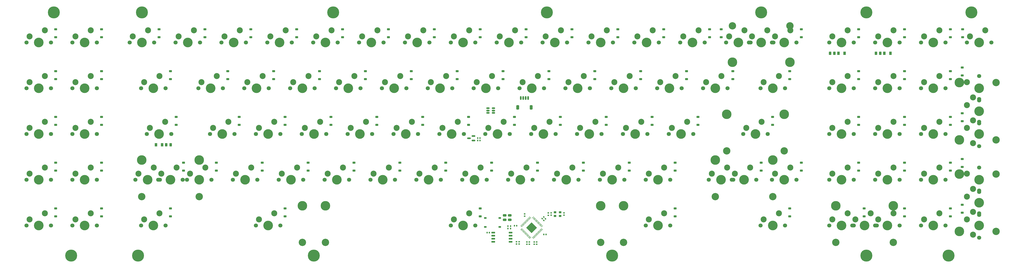
<source format=gbr>
%TF.GenerationSoftware,KiCad,Pcbnew,8.0.1*%
%TF.CreationDate,2026-01-01T00:47:39+09:00*%
%TF.ProjectId,W1-AT_RP2040_Notooth,57312d41-545f-4525-9032-3034305f4e6f,rev?*%
%TF.SameCoordinates,Original*%
%TF.FileFunction,Soldermask,Bot*%
%TF.FilePolarity,Negative*%
%FSLAX46Y46*%
G04 Gerber Fmt 4.6, Leading zero omitted, Abs format (unit mm)*
G04 Created by KiCad (PCBNEW 8.0.1) date 2026-01-01 00:47:39*
%MOMM*%
%LPD*%
G01*
G04 APERTURE LIST*
G04 Aperture macros list*
%AMRoundRect*
0 Rectangle with rounded corners*
0 $1 Rounding radius*
0 $2 $3 $4 $5 $6 $7 $8 $9 X,Y pos of 4 corners*
0 Add a 4 corners polygon primitive as box body*
4,1,4,$2,$3,$4,$5,$6,$7,$8,$9,$2,$3,0*
0 Add four circle primitives for the rounded corners*
1,1,$1+$1,$2,$3*
1,1,$1+$1,$4,$5*
1,1,$1+$1,$6,$7*
1,1,$1+$1,$8,$9*
0 Add four rect primitives between the rounded corners*
20,1,$1+$1,$2,$3,$4,$5,0*
20,1,$1+$1,$4,$5,$6,$7,0*
20,1,$1+$1,$6,$7,$8,$9,0*
20,1,$1+$1,$8,$9,$2,$3,0*%
G04 Aperture macros list end*
%ADD10C,1.700000*%
%ADD11C,4.000000*%
%ADD12C,2.500000*%
%ADD13C,3.048000*%
%ADD14C,3.987800*%
%ADD15C,5.000000*%
%ADD16RoundRect,0.225000X-0.375000X0.225000X-0.375000X-0.225000X0.375000X-0.225000X0.375000X0.225000X0*%
%ADD17RoundRect,0.225000X0.375000X-0.225000X0.375000X0.225000X-0.375000X0.225000X-0.375000X-0.225000X0*%
%ADD18RoundRect,0.050000X-0.309359X0.238649X0.238649X-0.309359X0.309359X-0.238649X-0.238649X0.309359X0*%
%ADD19RoundRect,0.050000X-0.309359X-0.238649X-0.238649X-0.309359X0.309359X0.238649X0.238649X0.309359X0*%
%ADD20RoundRect,0.144000X-2.059095X0.000000X0.000000X-2.059095X2.059095X0.000000X0.000000X2.059095X0*%
%ADD21RoundRect,0.140000X-0.170000X0.140000X-0.170000X-0.140000X0.170000X-0.140000X0.170000X0.140000X0*%
%ADD22RoundRect,0.135000X-0.185000X0.135000X-0.185000X-0.135000X0.185000X-0.135000X0.185000X0.135000X0*%
%ADD23RoundRect,0.140000X0.170000X-0.140000X0.170000X0.140000X-0.170000X0.140000X-0.170000X-0.140000X0*%
%ADD24RoundRect,0.250000X-0.475000X0.250000X-0.475000X-0.250000X0.475000X-0.250000X0.475000X0.250000X0*%
%ADD25R,1.000000X1.400000*%
%ADD26RoundRect,0.150000X0.650000X0.150000X-0.650000X0.150000X-0.650000X-0.150000X0.650000X-0.150000X0*%
%ADD27RoundRect,0.135000X-0.135000X-0.185000X0.135000X-0.185000X0.135000X0.185000X-0.135000X0.185000X0*%
%ADD28R,1.000000X0.900000*%
%ADD29RoundRect,0.140000X-0.140000X-0.170000X0.140000X-0.170000X0.140000X0.170000X-0.140000X0.170000X0*%
%ADD30RoundRect,0.140000X-0.021213X0.219203X-0.219203X0.021213X0.021213X-0.219203X0.219203X-0.021213X0*%
%ADD31RoundRect,0.250000X0.262500X0.450000X-0.262500X0.450000X-0.262500X-0.450000X0.262500X-0.450000X0*%
%ADD32RoundRect,0.150000X0.587500X0.150000X-0.587500X0.150000X-0.587500X-0.150000X0.587500X-0.150000X0*%
%ADD33RoundRect,0.150000X-0.512500X-0.150000X0.512500X-0.150000X0.512500X0.150000X-0.512500X0.150000X0*%
%ADD34RoundRect,0.140000X0.140000X0.170000X-0.140000X0.170000X-0.140000X-0.170000X0.140000X-0.170000X0*%
%ADD35RoundRect,0.250000X-0.262500X-0.450000X0.262500X-0.450000X0.262500X0.450000X-0.262500X0.450000X0*%
%ADD36R,1.000000X0.750000*%
%ADD37RoundRect,0.140000X0.021213X-0.219203X0.219203X-0.021213X-0.021213X0.219203X-0.219203X0.021213X0*%
%ADD38RoundRect,0.150000X0.150000X0.625000X-0.150000X0.625000X-0.150000X-0.625000X0.150000X-0.625000X0*%
%ADD39RoundRect,0.250000X0.350000X0.650000X-0.350000X0.650000X-0.350000X-0.650000X0.350000X-0.650000X0*%
G04 APERTURE END LIST*
D10*
%TO.C,MX77*%
X357945000Y-95150000D03*
D11*
X363025000Y-95150000D03*
D10*
X368105000Y-95150000D03*
D12*
X359215000Y-92610000D03*
X365565000Y-90070000D03*
%TD*%
D13*
%TO.C,S7*%
X263012500Y-121184999D03*
D14*
X263012500Y-105975000D03*
D13*
X148712500Y-121184999D03*
D14*
X148712500Y-105975000D03*
%TD*%
D15*
%TO.C,H7*%
X373339465Y-25475001D03*
%TD*%
D10*
%TO.C,MX22*%
X334132500Y-38000000D03*
D11*
X339212500Y-38000000D03*
D10*
X344292500Y-38000000D03*
D12*
X335402500Y-35460000D03*
X341752500Y-32920000D03*
%TD*%
D10*
%TO.C,MX35*%
X267457500Y-57050000D03*
D11*
X272537500Y-57050000D03*
D10*
X277617500Y-57050000D03*
D12*
X268727500Y-54510000D03*
X275077500Y-51970000D03*
%TD*%
D10*
%TO.C,MX50*%
X157920000Y-76100000D03*
D11*
X163000000Y-76100000D03*
D10*
X168080000Y-76100000D03*
D12*
X159190000Y-73560000D03*
X165540000Y-71020000D03*
%TD*%
D10*
%TO.C,MX72*%
X224595000Y-95150000D03*
D11*
X229675000Y-95150000D03*
D10*
X234755000Y-95150000D03*
D12*
X225865000Y-92610000D03*
X232215000Y-90070000D03*
%TD*%
D10*
%TO.C,MX85*%
X43620000Y-114200000D03*
D11*
X48700000Y-114200000D03*
D10*
X53780000Y-114200000D03*
D12*
X44890000Y-111660000D03*
X51240000Y-109120000D03*
%TD*%
D10*
%TO.C,MX23*%
X24570000Y-57050000D03*
D11*
X29650000Y-57050000D03*
D10*
X34730000Y-57050000D03*
D12*
X25840000Y-54510000D03*
X32190000Y-51970000D03*
%TD*%
D10*
%TO.C,MX32*%
X210307500Y-57050000D03*
D11*
X215387500Y-57050000D03*
D10*
X220467500Y-57050000D03*
D12*
X211577500Y-54510000D03*
X217927500Y-51970000D03*
%TD*%
D10*
%TO.C,MX94*%
X69813750Y-95150000D03*
D11*
X74893750Y-95150000D03*
D10*
X79973750Y-95150000D03*
D12*
X71083750Y-92610000D03*
X77433750Y-90070000D03*
%TD*%
D10*
%TO.C,MX8*%
X162682500Y-38000000D03*
D11*
X167762500Y-38000000D03*
D10*
X172842500Y-38000000D03*
D12*
X163952500Y-35460000D03*
X170302500Y-32920000D03*
%TD*%
D10*
%TO.C,MX29*%
X153157500Y-57050000D03*
D11*
X158237500Y-57050000D03*
D10*
X163317500Y-57050000D03*
D12*
X154427500Y-54510000D03*
X160777500Y-51970000D03*
%TD*%
D10*
%TO.C,MX3*%
X67432500Y-38000000D03*
D11*
X72512500Y-38000000D03*
D10*
X77592500Y-38000000D03*
D12*
X68702500Y-35460000D03*
X75052500Y-32920000D03*
%TD*%
D10*
%TO.C,MX84*%
X24570000Y-114200000D03*
D11*
X29650000Y-114200000D03*
D10*
X34730000Y-114200000D03*
D12*
X25840000Y-111660000D03*
X32190000Y-109120000D03*
%TD*%
D10*
%TO.C,MX82*%
X307938750Y-95150000D03*
D11*
X313018750Y-95150000D03*
D10*
X318098750Y-95150000D03*
D12*
X309208750Y-92610000D03*
X315558750Y-90070000D03*
%TD*%
D15*
%TO.C,H14*%
X416979465Y-25465001D03*
%TD*%
D10*
%TO.C,MX14*%
X276982500Y-38000000D03*
D11*
X282062500Y-38000000D03*
D10*
X287142500Y-38000000D03*
D12*
X278252500Y-35460000D03*
X284602500Y-32920000D03*
%TD*%
D10*
%TO.C,MX9*%
X181732500Y-38000000D03*
D11*
X186812500Y-38000000D03*
D10*
X191892500Y-38000000D03*
D12*
X183002500Y-35460000D03*
X189352500Y-32920000D03*
%TD*%
D10*
%TO.C,MX66*%
X110295000Y-95150000D03*
D11*
X115375000Y-95150000D03*
D10*
X120455000Y-95150000D03*
D12*
X111565000Y-92610000D03*
X117915000Y-90070000D03*
%TD*%
D10*
%TO.C,MX36*%
X286507500Y-57050000D03*
D11*
X291587500Y-57050000D03*
D10*
X296667500Y-57050000D03*
D12*
X287777500Y-54510000D03*
X294127500Y-51970000D03*
%TD*%
D10*
%TO.C,MX80*%
X420175000Y-109755000D03*
D11*
X420175000Y-104675000D03*
D10*
X420175000Y-99595000D03*
D12*
X417635000Y-108485000D03*
X415095000Y-102135000D03*
%TD*%
D10*
%TO.C,MX12*%
X238882500Y-38000000D03*
D11*
X243962500Y-38000000D03*
D10*
X249042500Y-38000000D03*
D12*
X240152500Y-35460000D03*
X246502500Y-32920000D03*
%TD*%
D10*
%TO.C,MX73*%
X243645000Y-95150000D03*
D11*
X248725000Y-95150000D03*
D10*
X253805000Y-95150000D03*
D12*
X244915000Y-92610000D03*
X251265000Y-90070000D03*
%TD*%
D15*
%TO.C,H12*%
X72499465Y-25460379D03*
%TD*%
D10*
%TO.C,MX92*%
X396045000Y-114200000D03*
D11*
X401125000Y-114200000D03*
D10*
X406205000Y-114200000D03*
D12*
X397315000Y-111660000D03*
X403665000Y-109120000D03*
%TD*%
D10*
%TO.C,MX60*%
X376995000Y-76100000D03*
D11*
X382075000Y-76100000D03*
D10*
X387155000Y-76100000D03*
D12*
X378265000Y-73560000D03*
X384615000Y-71020000D03*
%TD*%
D10*
%TO.C,MX93*%
X420175000Y-119280000D03*
D11*
X420175000Y-114200000D03*
D10*
X420175000Y-109120000D03*
D12*
X417635000Y-118010000D03*
X415095000Y-111660000D03*
%TD*%
D13*
%TO.C,S8*%
X272537501Y-121185000D03*
D14*
X272537500Y-105975000D03*
X139187500Y-105975000D03*
D13*
X139187499Y-121185000D03*
%TD*%
%TO.C,S1*%
X96356750Y-102135000D03*
D14*
X96356750Y-86925000D03*
D13*
X72480750Y-102135000D03*
D14*
X72480750Y-86925000D03*
%TD*%
D13*
%TO.C,S5*%
X427160000Y-54637000D03*
D14*
X411950000Y-54637000D03*
D13*
X427160000Y-78513000D03*
D14*
X411950000Y-78513000D03*
%TD*%
D10*
%TO.C,MX20*%
X415095000Y-38000000D03*
D11*
X420175000Y-38000000D03*
D10*
X425255000Y-38000000D03*
D12*
X416365000Y-35460000D03*
X422715000Y-32920000D03*
%TD*%
D10*
%TO.C,MX63*%
X24570000Y-95150000D03*
D11*
X29650000Y-95150000D03*
D10*
X34730000Y-95150000D03*
D12*
X25840000Y-92610000D03*
X32190000Y-90070000D03*
%TD*%
D10*
%TO.C,MX17*%
X357945000Y-38000000D03*
D11*
X363025000Y-38000000D03*
D10*
X368105000Y-38000000D03*
D12*
X359215000Y-35460000D03*
X365565000Y-32920000D03*
%TD*%
D10*
%TO.C,MX61*%
X396045000Y-76100000D03*
D11*
X401125000Y-76100000D03*
D10*
X406205000Y-76100000D03*
D12*
X397315000Y-73560000D03*
X403665000Y-71020000D03*
%TD*%
D10*
%TO.C,MX67*%
X129345000Y-95150000D03*
D11*
X134425000Y-95150000D03*
D10*
X139505000Y-95150000D03*
D12*
X130615000Y-92610000D03*
X136965000Y-90070000D03*
%TD*%
D10*
%TO.C,MX1*%
X24570000Y-38000000D03*
D11*
X29650000Y-38000000D03*
D10*
X34730000Y-38000000D03*
D12*
X25840000Y-35460000D03*
X32190000Y-32920000D03*
%TD*%
D10*
%TO.C,MX54*%
X234120000Y-76100000D03*
D11*
X239200000Y-76100000D03*
D10*
X244280000Y-76100000D03*
D12*
X235390000Y-73560000D03*
X241740000Y-71020000D03*
%TD*%
D10*
%TO.C,MX40*%
X376995000Y-57050000D03*
D11*
X382075000Y-57050000D03*
D10*
X387155000Y-57050000D03*
D12*
X378265000Y-54510000D03*
X384615000Y-51970000D03*
%TD*%
D15*
%TO.C,H8*%
X407454767Y-126700379D03*
%TD*%
D10*
%TO.C,MX46*%
X74576250Y-76100000D03*
D11*
X79656250Y-76100000D03*
D10*
X84736250Y-76100000D03*
D12*
X75846250Y-73560000D03*
X82196250Y-71020000D03*
%TD*%
D10*
%TO.C,MX37*%
X305557500Y-57050000D03*
D11*
X310637500Y-57050000D03*
D10*
X315717500Y-57050000D03*
D12*
X306827500Y-54510000D03*
X313177500Y-51970000D03*
%TD*%
D10*
%TO.C,MX6*%
X124582500Y-38000000D03*
D11*
X129662500Y-38000000D03*
D10*
X134742500Y-38000000D03*
D12*
X125852500Y-35460000D03*
X132202500Y-32920000D03*
%TD*%
D10*
%TO.C,MX70*%
X186495000Y-95150000D03*
D11*
X191575000Y-95150000D03*
D10*
X196655000Y-95150000D03*
D12*
X187765000Y-92610000D03*
X194115000Y-90070000D03*
%TD*%
D10*
%TO.C,MX41*%
X396045000Y-57050000D03*
D11*
X401125000Y-57050000D03*
D10*
X406205000Y-57050000D03*
D12*
X397315000Y-54510000D03*
X403665000Y-51970000D03*
%TD*%
D10*
%TO.C,MX95*%
X91245000Y-95150000D03*
D11*
X96325000Y-95150000D03*
D10*
X101405000Y-95150000D03*
D12*
X92515000Y-92610000D03*
X98865000Y-90070000D03*
%TD*%
D10*
%TO.C,MX44*%
X24570000Y-76100000D03*
D11*
X29650000Y-76100000D03*
D10*
X34730000Y-76100000D03*
D12*
X25840000Y-73560000D03*
X32190000Y-71020000D03*
%TD*%
D10*
%TO.C,MX74*%
X262695000Y-95150000D03*
D11*
X267775000Y-95150000D03*
D10*
X272855000Y-95150000D03*
D12*
X263965000Y-92610000D03*
X270315000Y-90070000D03*
%TD*%
D10*
%TO.C,MX71*%
X205545000Y-95150000D03*
D11*
X210625000Y-95150000D03*
D10*
X215705000Y-95150000D03*
D12*
X206815000Y-92610000D03*
X213165000Y-90070000D03*
%TD*%
D13*
%TO.C,S4*%
X339244250Y-83085000D03*
D14*
X339244250Y-67875000D03*
D13*
X315368250Y-83085000D03*
D14*
X315368250Y-67875000D03*
%TD*%
D15*
%TO.C,H2*%
X373319465Y-126710379D03*
%TD*%
D10*
%TO.C,MX57*%
X291270000Y-76100000D03*
D11*
X296350000Y-76100000D03*
D10*
X301430000Y-76100000D03*
D12*
X292540000Y-73560000D03*
X298890000Y-71020000D03*
%TD*%
D10*
%TO.C,MX21*%
X315082500Y-38000000D03*
D11*
X320162500Y-38000000D03*
D10*
X325242500Y-38000000D03*
D12*
X316352500Y-35460000D03*
X322702500Y-32920000D03*
%TD*%
D10*
%TO.C,MX87*%
X119820000Y-114200000D03*
D11*
X124900000Y-114200000D03*
D10*
X129980000Y-114200000D03*
D12*
X121090000Y-111660000D03*
X127440000Y-109120000D03*
%TD*%
D10*
%TO.C,MX76*%
X317463750Y-95150000D03*
D11*
X322543750Y-95150000D03*
D10*
X327623750Y-95150000D03*
D12*
X318733750Y-92610000D03*
X325083750Y-90070000D03*
%TD*%
D10*
%TO.C,MX78*%
X376995000Y-95150000D03*
D11*
X382075000Y-95150000D03*
D10*
X387155000Y-95150000D03*
D12*
X378265000Y-92610000D03*
X384615000Y-90070000D03*
%TD*%
D10*
%TO.C,MX31*%
X191257500Y-57050000D03*
D11*
X196337500Y-57050000D03*
D10*
X201417500Y-57050000D03*
D12*
X192527500Y-54510000D03*
X198877500Y-51970000D03*
%TD*%
D10*
%TO.C,MX52*%
X196020000Y-76100000D03*
D11*
X201100000Y-76100000D03*
D10*
X206180000Y-76100000D03*
D12*
X197290000Y-73560000D03*
X203640000Y-71020000D03*
%TD*%
D10*
%TO.C,MX11*%
X219832500Y-38000000D03*
D11*
X224912500Y-38000000D03*
D10*
X229992500Y-38000000D03*
D12*
X221102500Y-35460000D03*
X227452500Y-32920000D03*
%TD*%
D10*
%TO.C,MX81*%
X420175000Y-100230000D03*
D11*
X420175000Y-95150000D03*
D10*
X420175000Y-90070000D03*
D12*
X417635000Y-98960000D03*
X415095000Y-92610000D03*
%TD*%
D10*
%TO.C,MX30*%
X172207500Y-57050000D03*
D11*
X177287500Y-57050000D03*
D10*
X182367500Y-57050000D03*
D12*
X173477500Y-54510000D03*
X179827500Y-51970000D03*
%TD*%
D15*
%TO.C,H5*%
X143939465Y-126705001D03*
%TD*%
D13*
%TO.C,S9*%
X384488000Y-121185000D03*
D14*
X384488000Y-105975000D03*
D13*
X360612000Y-121185000D03*
D14*
X360612000Y-105975000D03*
%TD*%
D10*
%TO.C,MX64*%
X43620000Y-95150000D03*
D11*
X48700000Y-95150000D03*
D10*
X53780000Y-95150000D03*
D12*
X44890000Y-92610000D03*
X51240000Y-90070000D03*
%TD*%
D10*
%TO.C,MX34*%
X248407500Y-57050000D03*
D11*
X253487500Y-57050000D03*
D10*
X258567500Y-57050000D03*
D12*
X249677500Y-54510000D03*
X256027500Y-51970000D03*
%TD*%
D10*
%TO.C,MX89*%
X281745000Y-114200000D03*
D11*
X286825000Y-114200000D03*
D10*
X291905000Y-114200000D03*
D12*
X283015000Y-111660000D03*
X289365000Y-109120000D03*
%TD*%
D10*
%TO.C,MX39*%
X357945000Y-57050000D03*
D11*
X363025000Y-57050000D03*
D10*
X368105000Y-57050000D03*
D12*
X359215000Y-54510000D03*
X365565000Y-51970000D03*
%TD*%
D10*
%TO.C,MX96*%
X357945000Y-114200000D03*
D11*
X363025000Y-114200000D03*
D10*
X368105000Y-114200000D03*
D12*
X359215000Y-111660000D03*
X365565000Y-109120000D03*
%TD*%
D10*
%TO.C,MX5*%
X105532500Y-38000000D03*
D11*
X110612500Y-38000000D03*
D10*
X115692500Y-38000000D03*
D12*
X106802500Y-35460000D03*
X113152500Y-32920000D03*
%TD*%
D10*
%TO.C,MX4*%
X86482500Y-38000000D03*
D11*
X91562500Y-38000000D03*
D10*
X96642500Y-38000000D03*
D12*
X87752500Y-35460000D03*
X94102500Y-32920000D03*
%TD*%
D10*
%TO.C,MX26*%
X96007500Y-57050000D03*
D11*
X101087500Y-57050000D03*
D10*
X106167500Y-57050000D03*
D12*
X97277500Y-54510000D03*
X103627500Y-51970000D03*
%TD*%
D10*
%TO.C,MX62*%
X420175000Y-81180000D03*
D11*
X420175000Y-76100000D03*
D10*
X420175000Y-71020000D03*
D12*
X417635000Y-79910000D03*
X415095000Y-73560000D03*
%TD*%
D15*
%TO.C,H6*%
X151954767Y-25460379D03*
%TD*%
D10*
%TO.C,MX13*%
X257932500Y-38000000D03*
D11*
X263012500Y-38000000D03*
D10*
X268092500Y-38000000D03*
D12*
X259202500Y-35460000D03*
X265552500Y-32920000D03*
%TD*%
D10*
%TO.C,MX79*%
X396045000Y-95150000D03*
D11*
X401125000Y-95150000D03*
D10*
X406205000Y-95150000D03*
D12*
X397315000Y-92610000D03*
X403665000Y-90070000D03*
%TD*%
D13*
%TO.C,S6*%
X427160000Y-92737000D03*
D14*
X411950000Y-92737000D03*
D13*
X427160000Y-116613000D03*
D14*
X411950000Y-116613000D03*
%TD*%
D10*
%TO.C,MX53*%
X215070000Y-76100000D03*
D11*
X220150000Y-76100000D03*
D10*
X225230000Y-76100000D03*
D12*
X216340000Y-73560000D03*
X222690000Y-71020000D03*
%TD*%
D10*
%TO.C,MX10*%
X200782500Y-38000000D03*
D11*
X205862500Y-38000000D03*
D10*
X210942500Y-38000000D03*
D12*
X202052500Y-35460000D03*
X208402500Y-32920000D03*
%TD*%
D10*
%TO.C,MX2*%
X43620000Y-38000000D03*
D11*
X48700000Y-38000000D03*
D10*
X53780000Y-38000000D03*
D12*
X44890000Y-35460000D03*
X51240000Y-32920000D03*
%TD*%
D10*
%TO.C,MX24*%
X43620000Y-57050000D03*
D11*
X48700000Y-57050000D03*
D10*
X53780000Y-57050000D03*
D12*
X44890000Y-54510000D03*
X51240000Y-51970000D03*
%TD*%
D10*
%TO.C,MX42*%
X420175000Y-71655000D03*
D11*
X420175000Y-66575000D03*
D10*
X420175000Y-61495000D03*
D12*
X417635000Y-70385000D03*
X415095000Y-64035000D03*
%TD*%
D10*
%TO.C,MX55*%
X253170000Y-76100000D03*
D11*
X258250000Y-76100000D03*
D10*
X263330000Y-76100000D03*
D12*
X254440000Y-73560000D03*
X260790000Y-71020000D03*
%TD*%
D10*
%TO.C,MX38*%
X329370000Y-57050000D03*
D11*
X334450000Y-57050000D03*
D10*
X339530000Y-57050000D03*
D12*
X330640000Y-54510000D03*
X336990000Y-51970000D03*
%TD*%
D10*
%TO.C,MX16*%
X324607500Y-38000000D03*
D11*
X329687500Y-38000000D03*
D10*
X334767500Y-38000000D03*
D12*
X325877500Y-35460000D03*
X332227500Y-32920000D03*
%TD*%
D10*
%TO.C,MX56*%
X272220000Y-76100000D03*
D11*
X277300000Y-76100000D03*
D10*
X282380000Y-76100000D03*
D12*
X273490000Y-73560000D03*
X279840000Y-71020000D03*
%TD*%
D10*
%TO.C,MX25*%
X72195000Y-57050000D03*
D11*
X77275000Y-57050000D03*
D10*
X82355000Y-57050000D03*
D12*
X73465000Y-54510000D03*
X79815000Y-51970000D03*
%TD*%
D15*
%TO.C,H3*%
X43119465Y-126705001D03*
%TD*%
%TO.C,H13*%
X240674767Y-25450379D03*
%TD*%
D10*
%TO.C,MX27*%
X115057500Y-57050000D03*
D11*
X120137500Y-57050000D03*
D10*
X125217500Y-57050000D03*
D12*
X116327500Y-54510000D03*
X122677500Y-51970000D03*
%TD*%
D10*
%TO.C,MX49*%
X138870000Y-76100000D03*
D11*
X143950000Y-76100000D03*
D10*
X149030000Y-76100000D03*
D12*
X140140000Y-73560000D03*
X146490000Y-71020000D03*
%TD*%
D15*
%TO.C,H4*%
X70909465Y-126720379D03*
%TD*%
D10*
%TO.C,MX59*%
X357945000Y-76100000D03*
D11*
X363025000Y-76100000D03*
D10*
X368105000Y-76100000D03*
D12*
X359215000Y-73560000D03*
X365565000Y-71020000D03*
%TD*%
D10*
%TO.C,MX47*%
X100770000Y-76100000D03*
D11*
X105850000Y-76100000D03*
D10*
X110930000Y-76100000D03*
D12*
X102040000Y-73560000D03*
X108390000Y-71020000D03*
%TD*%
D10*
%TO.C,MX48*%
X119820000Y-76100000D03*
D11*
X124900000Y-76100000D03*
D10*
X129980000Y-76100000D03*
D12*
X121090000Y-73560000D03*
X127440000Y-71020000D03*
%TD*%
D10*
%TO.C,MX45*%
X43620000Y-76100000D03*
D11*
X48700000Y-76100000D03*
D10*
X53780000Y-76100000D03*
D12*
X44890000Y-73560000D03*
X51240000Y-71020000D03*
%TD*%
D10*
%TO.C,MX18*%
X376995000Y-38000000D03*
D11*
X382075000Y-38000000D03*
D10*
X387155000Y-38000000D03*
D12*
X378265000Y-35460000D03*
X384615000Y-32920000D03*
%TD*%
D13*
%TO.C,S2*%
X334481750Y-102135000D03*
D14*
X334481750Y-86925000D03*
D13*
X310605750Y-102135000D03*
D14*
X310605750Y-86925000D03*
%TD*%
D10*
%TO.C,MX83*%
X334132500Y-95150000D03*
D11*
X339212500Y-95150000D03*
D10*
X344292500Y-95150000D03*
D12*
X335402500Y-92610000D03*
X341752500Y-90070000D03*
%TD*%
D10*
%TO.C,MX58*%
X322226250Y-76100000D03*
D11*
X327306250Y-76100000D03*
D10*
X332386250Y-76100000D03*
D12*
X323496250Y-73560000D03*
X329846250Y-71020000D03*
%TD*%
D13*
%TO.C,S3*%
X317749500Y-31015000D03*
D14*
X317749500Y-46225000D03*
D13*
X341625500Y-31015000D03*
D14*
X341625500Y-46225000D03*
%TD*%
D10*
%TO.C,MX69*%
X167445000Y-95150000D03*
D11*
X172525000Y-95150000D03*
D10*
X177605000Y-95150000D03*
D12*
X168715000Y-92610000D03*
X175065000Y-90070000D03*
%TD*%
D10*
%TO.C,MX88*%
X200782500Y-114200000D03*
D11*
X205862500Y-114200000D03*
D10*
X210942500Y-114200000D03*
D12*
X202052500Y-111660000D03*
X208402500Y-109120000D03*
%TD*%
D10*
%TO.C,MX33*%
X229357500Y-57050000D03*
D11*
X234437500Y-57050000D03*
D10*
X239517500Y-57050000D03*
D12*
X230627500Y-54510000D03*
X236977500Y-51970000D03*
%TD*%
D10*
%TO.C,MX43*%
X420175000Y-62130000D03*
D11*
X420175000Y-57050000D03*
D10*
X420175000Y-51970000D03*
D12*
X417635000Y-60860000D03*
X415095000Y-54510000D03*
%TD*%
D10*
%TO.C,MX68*%
X148395000Y-95150000D03*
D11*
X153475000Y-95150000D03*
D10*
X158555000Y-95150000D03*
D12*
X149665000Y-92610000D03*
X156015000Y-90070000D03*
%TD*%
D10*
%TO.C,MX7*%
X143632500Y-38000000D03*
D11*
X148712500Y-38000000D03*
D10*
X153792500Y-38000000D03*
D12*
X144902500Y-35460000D03*
X151252500Y-32920000D03*
%TD*%
D10*
%TO.C,MX51*%
X176970000Y-76100000D03*
D11*
X182050000Y-76100000D03*
D10*
X187130000Y-76100000D03*
D12*
X178240000Y-73560000D03*
X184590000Y-71020000D03*
%TD*%
D10*
%TO.C,MX97*%
X376995000Y-114200000D03*
D11*
X382075000Y-114200000D03*
D10*
X387155000Y-114200000D03*
D12*
X378265000Y-111660000D03*
X384615000Y-109120000D03*
%TD*%
D10*
%TO.C,MX86*%
X72195000Y-114200000D03*
D11*
X77275000Y-114200000D03*
D10*
X82355000Y-114200000D03*
D12*
X73465000Y-111660000D03*
X79815000Y-109120000D03*
%TD*%
D15*
%TO.C,H11*%
X35989465Y-25450379D03*
%TD*%
D10*
%TO.C,MX75*%
X281745000Y-95150000D03*
D11*
X286825000Y-95150000D03*
D10*
X291905000Y-95150000D03*
D12*
X283015000Y-92610000D03*
X289365000Y-90070000D03*
%TD*%
D10*
%TO.C,MX65*%
X79338750Y-95150000D03*
D11*
X84418750Y-95150000D03*
D10*
X89498750Y-95150000D03*
D12*
X80608750Y-92610000D03*
X86958750Y-90070000D03*
%TD*%
D15*
%TO.C,H10*%
X267749465Y-126715001D03*
%TD*%
D10*
%TO.C,MX15*%
X296032500Y-38000000D03*
D11*
X301112500Y-38000000D03*
D10*
X306192500Y-38000000D03*
D12*
X297302500Y-35460000D03*
X303652500Y-32920000D03*
%TD*%
D10*
%TO.C,MX90*%
X329370000Y-114200000D03*
D11*
X334450000Y-114200000D03*
D10*
X339530000Y-114200000D03*
D12*
X330640000Y-111660000D03*
X336990000Y-109120000D03*
%TD*%
D10*
%TO.C,MX28*%
X134107500Y-57050000D03*
D11*
X139187500Y-57050000D03*
D10*
X144267500Y-57050000D03*
D12*
X135377500Y-54510000D03*
X141727500Y-51970000D03*
%TD*%
D10*
%TO.C,MX91*%
X367470000Y-114200000D03*
D11*
X372550000Y-114200000D03*
D10*
X377630000Y-114200000D03*
D12*
X368740000Y-111660000D03*
X375090000Y-109120000D03*
%TD*%
D15*
%TO.C,H1*%
X329669465Y-25455001D03*
%TD*%
D10*
%TO.C,MX19*%
X396045000Y-38000000D03*
D11*
X401125000Y-38000000D03*
D10*
X406205000Y-38000000D03*
D12*
X397315000Y-35460000D03*
X403665000Y-32920000D03*
%TD*%
D16*
%TO.C,D26*%
X108187500Y-49950000D03*
X108187500Y-53250000D03*
%TD*%
D17*
%TO.C,D16*%
X313075000Y-35800000D03*
X313075000Y-32500000D03*
%TD*%
D18*
%TO.C,U3*%
X230074428Y-114502854D03*
X230357271Y-114220011D03*
X230640113Y-113937169D03*
X230922956Y-113654326D03*
X231205799Y-113371483D03*
X231488641Y-113088641D03*
X231771484Y-112805798D03*
X232054327Y-112522955D03*
X232337170Y-112240112D03*
X232620012Y-111957270D03*
X232902855Y-111674427D03*
X233185698Y-111391584D03*
X233468540Y-111108742D03*
X233751383Y-110825899D03*
D19*
X234935787Y-110825899D03*
X235218630Y-111108742D03*
X235501472Y-111391584D03*
X235784315Y-111674427D03*
X236067158Y-111957270D03*
X236350000Y-112240112D03*
X236632843Y-112522955D03*
X236915686Y-112805798D03*
X237198529Y-113088641D03*
X237481371Y-113371483D03*
X237764214Y-113654326D03*
X238047057Y-113937169D03*
X238329899Y-114220011D03*
X238612742Y-114502854D03*
D18*
X238612742Y-115687258D03*
X238329899Y-115970101D03*
X238047057Y-116252943D03*
X237764214Y-116535786D03*
X237481371Y-116818629D03*
X237198529Y-117101471D03*
X236915686Y-117384314D03*
X236632843Y-117667157D03*
X236350000Y-117950000D03*
X236067158Y-118232842D03*
X235784315Y-118515685D03*
X235501472Y-118798528D03*
X235218630Y-119081370D03*
X234935787Y-119364213D03*
D19*
X233751383Y-119364213D03*
X233468540Y-119081370D03*
X233185698Y-118798528D03*
X232902855Y-118515685D03*
X232620012Y-118232842D03*
X232337170Y-117950000D03*
X232054327Y-117667157D03*
X231771484Y-117384314D03*
X231488641Y-117101471D03*
X231205799Y-116818629D03*
X230922956Y-116535786D03*
X230640113Y-116252943D03*
X230357271Y-115970101D03*
X230074428Y-115687258D03*
D20*
X234343585Y-115095056D03*
%TD*%
D16*
%TO.C,D24*%
X55800000Y-49950000D03*
X55800000Y-53250000D03*
%TD*%
D21*
%TO.C,C10*%
X228050000Y-120920000D03*
X228050000Y-121880000D03*
%TD*%
D16*
%TO.C,D60*%
X389175000Y-69000000D03*
X389175000Y-72300000D03*
%TD*%
%TO.C,D75*%
X293925000Y-88050000D03*
X293925000Y-91350000D03*
%TD*%
%TO.C,D52*%
X208200000Y-69000000D03*
X208200000Y-72300000D03*
%TD*%
%TO.C,D28*%
X146287500Y-49950000D03*
X146287500Y-53250000D03*
%TD*%
%TO.C,D56*%
X284400000Y-69000000D03*
X284400000Y-72300000D03*
%TD*%
D22*
%TO.C,R5*%
X241247140Y-108915001D03*
X241247140Y-109934999D03*
%TD*%
D16*
%TO.C,D35*%
X279637500Y-49950000D03*
X279637500Y-53250000D03*
%TD*%
%TO.C,D65*%
X89775000Y-88050000D03*
X89775000Y-91350000D03*
%TD*%
D17*
%TO.C,D20*%
X413275000Y-35800000D03*
X413275000Y-32500000D03*
%TD*%
%TO.C,D13*%
X270112500Y-35800000D03*
X270112500Y-32500000D03*
%TD*%
D23*
%TO.C,C1*%
X229175000Y-121880000D03*
X229175000Y-120920000D03*
%TD*%
%TO.C,C2*%
X236450000Y-122005000D03*
X236450000Y-121045000D03*
%TD*%
D17*
%TO.C,D3*%
X79612500Y-35800000D03*
X79612500Y-32500000D03*
%TD*%
D16*
%TO.C,D59*%
X370125000Y-69000000D03*
X370125000Y-72300000D03*
%TD*%
D17*
%TO.C,D97*%
X389175000Y-110400000D03*
X389175000Y-107100000D03*
%TD*%
D16*
%TO.C,D68*%
X160575000Y-88050000D03*
X160575000Y-91350000D03*
%TD*%
D21*
%TO.C,C14*%
X232350000Y-121045000D03*
X232350000Y-122005000D03*
%TD*%
D16*
%TO.C,D80*%
X413175000Y-86500000D03*
X413175000Y-89800000D03*
%TD*%
D17*
%TO.C,D4*%
X98662500Y-35800000D03*
X98662500Y-32500000D03*
%TD*%
D24*
%TO.C,R7*%
X223175000Y-109950000D03*
X223175000Y-111850000D03*
%TD*%
D16*
%TO.C,D49*%
X151050000Y-69000000D03*
X151050000Y-72300000D03*
%TD*%
D25*
%TO.C,LED2*%
X364274999Y-42500000D03*
X361775001Y-42500000D03*
%TD*%
D16*
%TO.C,D61*%
X408225000Y-69000000D03*
X408225000Y-72300000D03*
%TD*%
D17*
%TO.C,D6*%
X136762500Y-35800000D03*
X136762500Y-32500000D03*
%TD*%
D16*
%TO.C,D83*%
X346312500Y-88050000D03*
X346312500Y-91350000D03*
%TD*%
D21*
%TO.C,C4*%
X231475000Y-109320000D03*
X231475000Y-110280000D03*
%TD*%
D16*
%TO.C,D93*%
X413175000Y-105550000D03*
X413175000Y-108850000D03*
%TD*%
%TO.C,D85*%
X55800000Y-107100000D03*
X55800000Y-110400000D03*
%TD*%
%TO.C,D36*%
X298687500Y-49950000D03*
X298687500Y-53250000D03*
%TD*%
%TO.C,D58*%
X334406250Y-69000000D03*
X334406250Y-72300000D03*
%TD*%
%TO.C,D84*%
X36750000Y-107100000D03*
X36750000Y-110400000D03*
%TD*%
%TO.C,D33*%
X241537500Y-49950000D03*
X241537500Y-53250000D03*
%TD*%
D17*
%TO.C,D18*%
X389175000Y-35800000D03*
X389175000Y-32500000D03*
%TD*%
D26*
%TO.C,U2*%
X225625000Y-117120000D03*
X225625000Y-118390000D03*
X225625000Y-119660000D03*
X225625000Y-120930000D03*
X218425000Y-120930000D03*
X218425000Y-119660000D03*
X218425000Y-118390000D03*
X218425000Y-117120000D03*
%TD*%
D27*
%TO.C,R3*%
X224540001Y-115475000D03*
X225559999Y-115475000D03*
%TD*%
D23*
%TO.C,C16*%
X242447140Y-109905000D03*
X242447140Y-108945000D03*
%TD*%
D16*
%TO.C,D31*%
X203437500Y-49950000D03*
X203437500Y-53250000D03*
%TD*%
D17*
%TO.C,D1*%
X36750000Y-35800000D03*
X36750000Y-32500000D03*
%TD*%
D16*
%TO.C,D77*%
X370125000Y-88050000D03*
X370125000Y-91350000D03*
%TD*%
%TO.C,D45*%
X55800000Y-69000000D03*
X55800000Y-72300000D03*
%TD*%
D28*
%TO.C,Y1*%
X246200000Y-110200000D03*
X244050000Y-110200000D03*
X244050000Y-108650000D03*
X246200000Y-108650000D03*
%TD*%
D17*
%TO.C,D17*%
X370125000Y-35800000D03*
X370125000Y-32500000D03*
%TD*%
D16*
%TO.C,D42*%
X413175000Y-48400000D03*
X413175000Y-51700000D03*
%TD*%
%TO.C,D76*%
X329643750Y-88050000D03*
X329643750Y-91350000D03*
%TD*%
D24*
%TO.C,R6*%
X225225000Y-109950000D03*
X225225000Y-111850000D03*
%TD*%
D16*
%TO.C,D47*%
X112950000Y-69000000D03*
X112950000Y-72300000D03*
%TD*%
D17*
%TO.C,D11*%
X232012500Y-35800000D03*
X232012500Y-32500000D03*
%TD*%
D29*
%TO.C,C17*%
X211945000Y-78825000D03*
X212905000Y-78825000D03*
%TD*%
D17*
%TO.C,D90*%
X341550000Y-110400000D03*
X341550000Y-107100000D03*
%TD*%
%TO.C,D12*%
X251062500Y-35800000D03*
X251062500Y-32500000D03*
%TD*%
%TO.C,D19*%
X408225000Y-35800000D03*
X408225000Y-32500000D03*
%TD*%
D30*
%TO.C,C6*%
X239361091Y-110664340D03*
X238682269Y-111343162D03*
%TD*%
D17*
%TO.C,D2*%
X55800000Y-35800000D03*
X55800000Y-32500000D03*
%TD*%
D31*
%TO.C,R1*%
X84428750Y-80600000D03*
X82603750Y-80600000D03*
%TD*%
D17*
%TO.C,D22*%
X346312500Y-35800000D03*
X346312500Y-32500000D03*
%TD*%
%TO.C,D5*%
X117712500Y-35800000D03*
X117712500Y-32500000D03*
%TD*%
D32*
%TO.C,U4*%
X210212500Y-76912500D03*
X210212500Y-78812500D03*
X208337500Y-77862500D03*
%TD*%
D16*
%TO.C,D74*%
X274875000Y-88050000D03*
X274875000Y-91350000D03*
%TD*%
%TO.C,D66*%
X122475000Y-88050000D03*
X122475000Y-91350000D03*
%TD*%
D25*
%TO.C,LED1*%
X78406251Y-80600000D03*
X80906249Y-80600000D03*
%TD*%
D16*
%TO.C,D57*%
X303450000Y-69000000D03*
X303450000Y-72300000D03*
%TD*%
%TO.C,D69*%
X179625000Y-88050000D03*
X179625000Y-91350000D03*
%TD*%
D33*
%TO.C,U5*%
X216237500Y-67262499D03*
X216237500Y-66312500D03*
X216237500Y-65362501D03*
X218512500Y-65362501D03*
X218512500Y-66312500D03*
X218512500Y-67262499D03*
%TD*%
D34*
%TO.C,C5*%
X240330000Y-117875000D03*
X239370000Y-117875000D03*
%TD*%
D17*
%TO.C,D9*%
X193912500Y-35800000D03*
X193912500Y-32500000D03*
%TD*%
D16*
%TO.C,D64*%
X55800000Y-88050000D03*
X55800000Y-91350000D03*
%TD*%
%TO.C,D67*%
X141525000Y-88050000D03*
X141525000Y-91350000D03*
%TD*%
%TO.C,D72*%
X236775000Y-88050000D03*
X236775000Y-91350000D03*
%TD*%
%TO.C,D86*%
X84375000Y-107100000D03*
X84375000Y-110400000D03*
%TD*%
D23*
%TO.C,C3*%
X235425000Y-122005000D03*
X235425000Y-121045000D03*
%TD*%
D17*
%TO.C,D10*%
X212962500Y-35800000D03*
X212962500Y-32500000D03*
%TD*%
D16*
%TO.C,D92*%
X408225000Y-107100000D03*
X408225000Y-110400000D03*
%TD*%
%TO.C,D78*%
X389175000Y-88050000D03*
X389175000Y-91350000D03*
%TD*%
D35*
%TO.C,R2*%
X358252500Y-42500000D03*
X360077500Y-42500000D03*
%TD*%
D16*
%TO.C,D73*%
X255825000Y-88050000D03*
X255825000Y-91350000D03*
%TD*%
D17*
%TO.C,D7*%
X155812500Y-35800000D03*
X155812500Y-32500000D03*
%TD*%
D16*
%TO.C,D54*%
X246300000Y-69000000D03*
X246300000Y-72300000D03*
%TD*%
D36*
%TO.C,BOOTSEL1*%
X221125000Y-111025000D03*
X215125000Y-111025000D03*
X221125000Y-114775000D03*
X215125000Y-114775000D03*
%TD*%
D16*
%TO.C,D25*%
X84375000Y-49950000D03*
X84375000Y-53250000D03*
%TD*%
D25*
%TO.C,LED3*%
X383324999Y-42500000D03*
X380825001Y-42500000D03*
%TD*%
D16*
%TO.C,D30*%
X184387500Y-49950000D03*
X184387500Y-53250000D03*
%TD*%
%TO.C,D41*%
X408225000Y-49950000D03*
X408225000Y-53250000D03*
%TD*%
%TO.C,D95*%
X103425000Y-88050000D03*
X103425000Y-91350000D03*
%TD*%
%TO.C,D39*%
X370125000Y-49950000D03*
X370125000Y-53250000D03*
%TD*%
D21*
%TO.C,C15*%
X247772139Y-108945000D03*
X247772139Y-109905000D03*
%TD*%
D16*
%TO.C,D71*%
X217725000Y-88050000D03*
X217725000Y-91350000D03*
%TD*%
%TO.C,D89*%
X293925000Y-107100000D03*
X293925000Y-110400000D03*
%TD*%
%TO.C,D32*%
X222487500Y-49950000D03*
X222487500Y-53250000D03*
%TD*%
%TO.C,D50*%
X170100000Y-69000000D03*
X170100000Y-72300000D03*
%TD*%
D35*
%TO.C,R8*%
X377302500Y-42500000D03*
X379127500Y-42500000D03*
%TD*%
D16*
%TO.C,D55*%
X265350000Y-69000000D03*
X265350000Y-72300000D03*
%TD*%
D29*
%TO.C,C7*%
X227195000Y-114225000D03*
X228155000Y-114225000D03*
%TD*%
D21*
%TO.C,C9*%
X233375000Y-121045000D03*
X233375000Y-122005000D03*
%TD*%
D37*
%TO.C,C11*%
X239410589Y-112064411D03*
X240089411Y-111385589D03*
%TD*%
D16*
%TO.C,D88*%
X212962500Y-107100000D03*
X212962500Y-110400000D03*
%TD*%
D27*
%TO.C,R4*%
X224540001Y-114425000D03*
X225559999Y-114425000D03*
%TD*%
D17*
%TO.C,D14*%
X289162500Y-35800000D03*
X289162500Y-32500000D03*
%TD*%
D16*
%TO.C,D27*%
X127237500Y-49950000D03*
X127237500Y-53250000D03*
%TD*%
%TO.C,D40*%
X389175000Y-49950000D03*
X389175000Y-53250000D03*
%TD*%
%TO.C,D44*%
X36750000Y-69000000D03*
X36750000Y-72300000D03*
%TD*%
D29*
%TO.C,C18*%
X211937500Y-77787500D03*
X212897500Y-77787500D03*
%TD*%
D16*
%TO.C,D70*%
X198675000Y-88050000D03*
X198675000Y-91350000D03*
%TD*%
%TO.C,D46*%
X86756250Y-69000000D03*
X86756250Y-72300000D03*
%TD*%
%TO.C,D38*%
X341550000Y-49950000D03*
X341550000Y-53250000D03*
%TD*%
%TO.C,D48*%
X132000000Y-69000000D03*
X132000000Y-72300000D03*
%TD*%
%TO.C,D51*%
X189150000Y-69000000D03*
X189150000Y-72300000D03*
%TD*%
D38*
%TO.C,J1*%
X232875000Y-61075000D03*
X231875000Y-61075000D03*
X230875000Y-61075000D03*
X229875000Y-61075000D03*
D39*
X234175000Y-64950000D03*
X228575000Y-64950000D03*
%TD*%
D16*
%TO.C,D87*%
X132000000Y-107100000D03*
X132000000Y-110400000D03*
%TD*%
%TO.C,D29*%
X165337500Y-49950000D03*
X165337500Y-53250000D03*
%TD*%
%TO.C,D62*%
X413175000Y-67450000D03*
X413175000Y-70750000D03*
%TD*%
D17*
%TO.C,D15*%
X308212500Y-35800000D03*
X308212500Y-32500000D03*
%TD*%
D34*
%TO.C,C8*%
X216830000Y-117125000D03*
X215870000Y-117125000D03*
%TD*%
D16*
%TO.C,D53*%
X227250000Y-69000000D03*
X227250000Y-72300000D03*
%TD*%
D17*
%TO.C,D8*%
X174862500Y-35800000D03*
X174862500Y-32500000D03*
%TD*%
D16*
%TO.C,D37*%
X317850000Y-49950000D03*
X317850000Y-53250000D03*
%TD*%
%TO.C,D23*%
X36750000Y-49950000D03*
X36750000Y-53250000D03*
%TD*%
%TO.C,D63*%
X36750000Y-88050000D03*
X36750000Y-91350000D03*
%TD*%
%TO.C,D91*%
X372450000Y-107100000D03*
X372450000Y-110400000D03*
%TD*%
%TO.C,D34*%
X260587500Y-49950000D03*
X260587500Y-53250000D03*
%TD*%
%TO.C,D79*%
X408225000Y-88050000D03*
X408225000Y-91350000D03*
%TD*%
M02*

</source>
